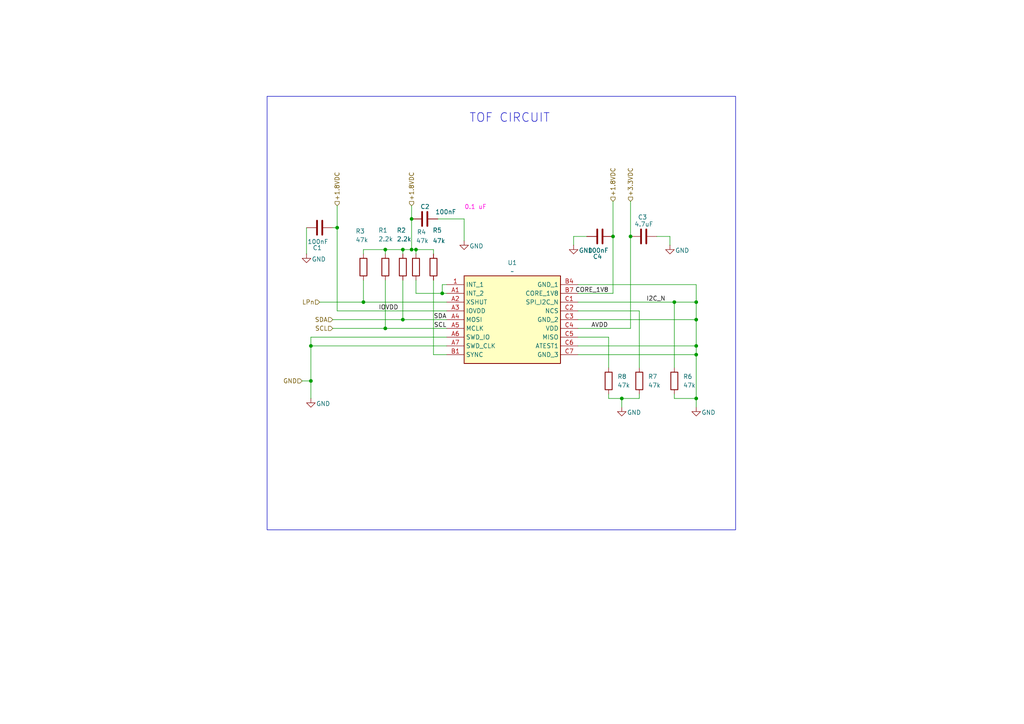
<source format=kicad_sch>
(kicad_sch (version 20231120) (generator "eeschema") (generator_version "8.0")
  (paper "A4")
  (lib_symbols
    (symbol "00_project_parts:VL53L8CXV0GC_1"
      (property "Reference" "U" (at 34.29 7.62 0))
      (property "Value" "VL53L8CXV0GC_1" (at 34.29 5.08 0))
      (symbol "VL53L8CXV0GC_1_1_1"
        (rectangle (start 5.08 2.54) (end 33.02 -22.86) (stroke (width 0.254)) (fill (type background)))
        (pin passive line (at 0 0 0) (length 5.08) (name "INT_1") (number "1"))
        (pin passive line (at 0 -2.54 0) (length 5.08) (name "INT_2") (number "A1"))
        (pin passive line (at 0 -5.08 0) (length 5.08) (name "XSHUT") (number "A2"))
        (pin passive line (at 0 -7.62 0) (length 5.08) (name "IOVDD") (number "A3"))
        (pin passive line (at 0 -10.16 0) (length 5.08) (name "MOSI") (number "A4"))
        (pin passive line (at 0 -12.7 0) (length 5.08) (name "MCLK") (number "A5"))
        (pin passive line (at 0 -15.24 0) (length 5.08) (name "SWD_IO") (number "A6"))
        (pin passive line (at 0 -17.78 0) (length 5.08) (name "SWD_CLK") (number "A7"))
        (pin passive line (at 0 -20.32 0) (length 5.08) (name "SYNC") (number "B1"))
        (pin passive line (at 38.1 0 180) (length 5.08) (name "GND_1") (number "B4"))
        (pin passive line (at 38.1 -2.54 180) (length 5.08) (name "CORE_1V8") (number "B7"))
        (pin passive line (at 38.1 -5.08 180) (length 5.08) (name "SPI_I2C_N") (number "C1"))
        (pin passive line (at 38.1 -7.62 180) (length 5.08) (name "NCS") (number "C2"))
        (pin passive line (at 38.1 -10.16 180) (length 5.08) (name "GND_2") (number "C3"))
        (pin passive line (at 38.1 -12.7 180) (length 5.08) (name "VDD") (number "C4"))
        (pin passive line (at 38.1 -15.24 180) (length 5.08) (name "MISO") (number "C5"))
        (pin passive line (at 38.1 -17.78 180) (length 5.08) (name "ATEST1") (number "C6"))
        (pin passive line (at 38.1 -20.32 180) (length 5.08) (name "GND_3") (number "C7"))
      )
    )
    (symbol "Device:C" (pin_numbers hide) (pin_names (offset 0.254))
      (property "Reference" "C" (at 0.635 2.54 0))
      (property "Value" "C" (at 0.635 -2.54 0))
      (symbol "C_0_1"
        (polyline (pts (xy -2.032 -0.762) (xy 2.032 -0.762)) (stroke (width 0.508)))
        (polyline (pts (xy -2.032 0.762) (xy 2.032 0.762)) (stroke (width 0.508)))
      )
      (symbol "C_1_1"
        (pin passive line (at 0 3.81 270) (length 2.794) (name "~") (number "1"))
        (pin passive line (at 0 -3.81 90) (length 2.794) (name "~") (number "2"))
      )
    )
    (symbol "Device:R" (pin_numbers hide) (pin_names (offset 0))
      (property "Reference" "R" (at 2.032 0 90))
      (property "Value" "R" (at 0 0 90))
      (symbol "R_0_1"
        (rectangle (start -1.016 -2.54) (end 1.016 2.54) (stroke (width 0.254)))
      )
      (symbol "R_1_1"
        (pin passive line (at 0 3.81 270) (length 1.27) (name "~") (number "1"))
        (pin passive line (at 0 -3.81 90) (length 1.27) (name "~") (number "2"))
      )
    )
    (symbol "power:GND" (power) (pin_numbers hide) (pin_names (offset 0) hide)
      (property "Value" "GND" (at 0 -3.81 0))
      (symbol "GND_0_1"
        (polyline (pts (xy 0 0) (xy 0 -1.27) (xy 1.27 -1.27) (xy 0 -2.54) (xy -1.27 -1.27) (xy 0 -1.27)))
      )
      (symbol "GND_1_1"
        (pin power_in line (at 0 0 270) (length 0) (name "~") (number "1"))
      )
    )
  )
  (junction (at 116.84 92.71))
  (junction (at 128.27 85.09))
  (junction (at 105.41 87.63))
  (junction (at 177.8 68.58))
  (junction (at 119.38 72.39))
  (junction (at 182.88 68.58))
  (junction (at 201.93 87.63))
  (junction (at 180.34 115.57))
  (junction (at 201.93 115.57))
  (junction (at 201.93 92.71))
  (junction (at 90.17 100.33))
  (junction (at 97.79 66.04))
  (junction (at 90.17 110.49))
  (junction (at 119.38 63.5))
  (junction (at 195.58 87.63))
  (junction (at 111.76 72.39))
  (junction (at 111.76 95.25))
  (junction (at 201.93 100.33))
  (junction (at 116.84 72.39))
  (junction (at 201.93 102.87))
  (junction (at 120.65 72.39))
  (wire (pts (xy 97.79 66.04) (xy 97.79 59.69)))
  (wire (pts (xy 201.93 115.57) (xy 201.93 102.87)))
  (wire (pts (xy 120.65 81.28) (xy 120.65 85.09)))
  (wire (pts (xy 167.64 100.33) (xy 201.93 100.33)))
  (wire (pts (xy 90.17 110.49) (xy 90.17 115.57)))
  (wire (pts (xy 167.64 87.63) (xy 195.58 87.63)))
  (wire (pts (xy 182.88 58.42) (xy 182.88 68.58)))
  (wire (pts (xy 90.17 100.33) (xy 90.17 110.49)))
  (wire (pts (xy 201.93 100.33) (xy 201.93 102.87)))
  (wire (pts (xy 87.63 110.49) (xy 90.17 110.49)))
  (wire (pts (xy 176.53 97.79) (xy 176.53 106.68)))
  (wire (pts (xy 170.18 68.58) (xy 166.37 68.58)))
  (wire (pts (xy 166.37 68.58) (xy 166.37 71.12)))
  (wire (pts (xy 96.52 95.25) (xy 111.76 95.25)))
  (wire (pts (xy 125.73 72.39) (xy 125.73 73.66)))
  (wire (pts (xy 177.8 68.58) (xy 177.8 85.09)))
  (wire (pts (xy 176.53 114.3) (xy 176.53 115.57)))
  (wire (pts (xy 105.41 81.28) (xy 105.41 87.63)))
  (wire (pts (xy 180.34 118.11) (xy 180.34 115.57)))
  (wire (pts (xy 195.58 87.63) (xy 195.58 106.68)))
  (wire (pts (xy 116.84 81.28) (xy 116.84 92.71)))
  (wire (pts (xy 190.5 68.58) (xy 194.31 68.58)))
  (wire (pts (xy 105.41 87.63) (xy 129.54 87.63)))
  (wire (pts (xy 90.17 97.79) (xy 129.54 97.79)))
  (wire (pts (xy 97.79 90.17) (xy 129.54 90.17)))
  (wire (pts (xy 96.52 66.04) (xy 97.79 66.04)))
  (wire (pts (xy 120.65 85.09) (xy 128.27 85.09)))
  (wire (pts (xy 119.38 59.69) (xy 119.38 63.5)))
  (wire (pts (xy 119.38 63.5) (xy 119.38 72.39)))
  (wire (pts (xy 92.71 87.63) (xy 105.41 87.63)))
  (wire (pts (xy 134.62 63.5) (xy 134.62 69.85)))
  (wire (pts (xy 111.76 72.39) (xy 116.84 72.39)))
  (wire (pts (xy 185.42 90.17) (xy 185.42 106.68)))
  (wire (pts (xy 177.8 58.42) (xy 177.8 68.58)))
  (wire (pts (xy 167.64 102.87) (xy 201.93 102.87)))
  (wire (pts (xy 201.93 82.55) (xy 201.93 87.63)))
  (wire (pts (xy 120.65 72.39) (xy 125.73 72.39)))
  (wire (pts (xy 128.27 82.55) (xy 128.27 85.09)))
  (wire (pts (xy 90.17 100.33) (xy 129.54 100.33)))
  (wire (pts (xy 167.64 97.79) (xy 176.53 97.79)))
  (wire (pts (xy 194.31 68.58) (xy 194.31 71.12)))
  (wire (pts (xy 129.54 102.87) (xy 125.73 102.87)))
  (wire (pts (xy 201.93 92.71) (xy 201.93 100.33)))
  (wire (pts (xy 120.65 72.39) (xy 120.65 73.66)))
  (wire (pts (xy 167.64 90.17) (xy 185.42 90.17)))
  (wire (pts (xy 125.73 81.28) (xy 125.73 102.87)))
  (wire (pts (xy 96.52 92.71) (xy 116.84 92.71)))
  (wire (pts (xy 167.64 82.55) (xy 201.93 82.55)))
  (wire (pts (xy 182.88 68.58) (xy 182.88 95.25)))
  (wire (pts (xy 176.53 115.57) (xy 180.34 115.57)))
  (wire (pts (xy 111.76 73.66) (xy 111.76 72.39)))
  (wire (pts (xy 116.84 92.71) (xy 129.54 92.71)))
  (wire (pts (xy 105.41 72.39) (xy 111.76 72.39)))
  (wire (pts (xy 185.42 114.3) (xy 185.42 115.57)))
  (wire (pts (xy 195.58 87.63) (xy 201.93 87.63)))
  (wire (pts (xy 119.38 72.39) (xy 120.65 72.39)))
  (wire (pts (xy 128.27 85.09) (xy 129.54 85.09)))
  (wire (pts (xy 167.64 92.71) (xy 201.93 92.71)))
  (wire (pts (xy 201.93 118.11) (xy 201.93 115.57)))
  (wire (pts (xy 195.58 114.3) (xy 195.58 115.57)))
  (wire (pts (xy 111.76 95.25) (xy 129.54 95.25)))
  (wire (pts (xy 167.64 85.09) (xy 177.8 85.09)))
  (wire (pts (xy 88.9 66.04) (xy 88.9 73.66)))
  (wire (pts (xy 105.41 72.39) (xy 105.41 73.66)))
  (wire (pts (xy 180.34 115.57) (xy 185.42 115.57)))
  (wire (pts (xy 97.79 90.17) (xy 97.79 66.04)))
  (wire (pts (xy 116.84 73.66) (xy 116.84 72.39)))
  (wire (pts (xy 90.17 97.79) (xy 90.17 100.33)))
  (wire (pts (xy 111.76 81.28) (xy 111.76 95.25)))
  (wire (pts (xy 201.93 87.63) (xy 201.93 92.71)))
  (wire (pts (xy 127 63.5) (xy 134.62 63.5)))
  (wire (pts (xy 167.64 95.25) (xy 182.88 95.25)))
  (wire (pts (xy 195.58 115.57) (xy 201.93 115.57)))
  (wire (pts (xy 129.54 82.55) (xy 128.27 82.55)))
  (wire (pts (xy 116.84 72.39) (xy 119.38 72.39)))
  (rectangle (start 77.47 27.94) (end 213.36 153.67))
  (text "TOF CIRCUIT\n" (at 147.828 34.29 0) (effects (font (size 2.54 2.54))))
  (text "0.1 uF\n" (at 137.922 60.198 0) (effects (font (size 1.27 1.27))))
  (label "SCL" (at 129.54 95.25 180))
  (label "AVDD" (at 171.45 95.25 0))
  (label "SDA" (at 129.54 92.71 180))
  (label "IOVDD" (at 115.57 90.17 180))
  (label "CORE_1V8" (at 176.53 85.09 180))
  (label "I2C_N" (at 193.04 87.63 180))
  (hierarchical_label "SDA" (shape input) (at 96.52 92.71 180))
  (hierarchical_label "+1.8VDC" (shape input) (at 97.79 59.69 90))
  (hierarchical_label "+3.3VDC" (shape input) (at 182.88 58.42 90))
  (hierarchical_label "LPn" (shape input) (at 92.71 87.63 180))
  (hierarchical_label "+1.8VDC" (shape input) (at 177.8 58.42 90))
  (hierarchical_label "SCL" (shape input) (at 96.52 95.25 180))
  (hierarchical_label "+1.8VDC" (shape input) (at 119.38 59.69 90))
  (hierarchical_label "GND" (shape input) (at 87.63 110.49 180))
  (symbol (lib_id "power:GND") (at 201.93 118.11 0) (unit 1)
    (property "Reference" "#PWR06" (effects (hide yes)))
    (property "Value" "GND" (at 205.486 119.634 0))
    (property "Description" "Power symbol creates a global label with name \"GND\" , ground" (effects (hide yes)))
  )
  (symbol (lib_id "Device:C") (at 173.99 68.58 270) (unit 1)
    (property "Reference" "C4" (at 171.958 74.422 90) (effects (justify left)))
    (property "Value" "100nF" (at 170.434 72.644 90) (effects (justify left)))
    (property "Footprint" "Capacitor_SMD:C_0201_0603Metric_Pad0.64x0.40mm_HandSolder" (effects (hide yes)))
    (property "Description" "Unpolarized capacitor" (effects (hide yes)))
  )
  (symbol (lib_id "Device:R") (at 120.65 77.47 0) (unit 1)
    (property "Reference" "R4" (at 120.904 67.31 0) (effects (justify left)))
    (property "Value" "47k" (at 120.65 69.85 0) (effects (justify left)))
    (property "Footprint" "Resistor_SMD:R_0603_1608Metric_Pad0.98x0.95mm_HandSolder" (effects (hide yes)))
    (property "Description" "Resistor" (effects (hide yes)))
  )
  (symbol (lib_id "Device:R") (at 111.76 77.47 0) (unit 1)
    (property "Reference" "R1" (at 109.728 66.802 0) (effects (justify left)))
    (property "Value" "2.2k" (at 109.728 69.342 0) (effects (justify left)))
    (property "Footprint" "Resistor_SMD:R_0603_1608Metric_Pad0.98x0.95mm_HandSolder" (effects (hide yes)))
    (property "Description" "Resistor" (effects (hide yes)))
  )
  (symbol (lib_id "Device:C") (at 186.69 68.58 90) (unit 1)
    (property "Reference" "C3" (at 187.706 62.992 90) (effects (justify left)))
    (property "Value" "4.7uF" (at 189.484 65.024 90) (effects (justify left)))
    (property "Footprint" "Capacitor_SMD:C_0201_0603Metric_Pad0.64x0.40mm_HandSolder" (effects (hide yes)))
    (property "Description" "Unpolarized capacitor" (effects (hide yes)))
  )
  (symbol (lib_id "power:GND") (at 194.31 71.12 0) (unit 1)
    (property "Reference" "#PWR04" (effects (hide yes)))
    (property "Value" "GND" (at 197.866 72.644 0))
    (property "Description" "Power symbol creates a global label with name \"GND\" , ground" (effects (hide yes)))
  )
  (symbol (lib_id "power:GND") (at 166.37 71.12 0) (unit 1)
    (property "Reference" "#PWR03" (effects (hide yes)))
    (property "Value" "GND" (at 169.926 72.644 0))
    (property "Description" "Power symbol creates a global label with name \"GND\" , ground" (effects (hide yes)))
  )
  (symbol (lib_id "power:GND") (at 180.34 118.11 0) (unit 1)
    (property "Reference" "#PWR05" (effects (hide yes)))
    (property "Value" "GND" (at 183.896 119.634 0))
    (property "Description" "Power symbol creates a global label with name \"GND\" , ground" (effects (hide yes)))
  )
  (symbol (lib_id "Device:R") (at 176.53 110.49 0) (unit 1)
    (property "Reference" "R8" (at 179.07 109.2199 0) (effects (justify left)))
    (property "Value" "47k" (at 179.07 111.7599 0) (effects (justify left)))
    (property "Footprint" "Resistor_SMD:R_0603_1608Metric_Pad0.98x0.95mm_HandSolder" (effects (hide yes)))
    (property "Description" "Resistor" (effects (hide yes)))
  )
  (symbol (lib_id "power:GND") (at 88.9 73.66 0) (unit 1)
    (property "Reference" "#PWR01" (effects (hide yes)))
    (property "Value" "GND" (at 92.456 75.184 0))
    (property "Description" "Power symbol creates a global label with name \"GND\" , ground" (effects (hide yes)))
  )
  (symbol (lib_id "Device:C") (at 92.71 66.04 270) (unit 1)
    (property "Reference" "C1" (at 90.678 71.882 90) (effects (justify left)))
    (property "Value" "100nF" (at 89.154 70.104 90) (effects (justify left)))
    (property "Footprint" "Capacitor_SMD:C_0201_0603Metric_Pad0.64x0.40mm_HandSolder" (effects (hide yes)))
    (property "Description" "Unpolarized capacitor" (effects (hide yes)))
  )
  (symbol (lib_id "00_project_parts:VL53L8CXV0GC_1") (at 129.54 82.55 0) (unit 1)
    (property "Reference" "U1" (at 148.59 76.2 0))
    (property "Value" "~" (at 148.59 78.74 0))
    (property "Footprint" "00_parts:VL53L8CXV0GC1" (effects (hide yes)))
    (property "Datasheet" "https://www.st.com/resource/en/datasheet/vl53l8cx.pdf" (effects (hide yes)))
    (property "Description" "Low-power high-performance 8x8 multizone Time-of-Flight sensor 940 nm, 6.4x3.0x1.75 mm, -30 to 85C" (effects (hide yes)))
    (property "Height" "1.8" (effects (hide yes)))
    (property "Mouser Part Number" "511-VL53L8CXV0GC/1" (effects (hide yes)))
    (property "Mouser Price/Stock" "https://www.mouser.co.uk/ProductDetail/STMicroelectronics/VL53L8CXV0GC-1?qs=T%252BzbugeAwjhc9idkQC%252BF8g%3D%3D" (effects (hide yes)))
    (property "Manufacturer_Name" "STMicroelectronics" (effects (hide yes)))
    (property "Manufacturer_Part_Number" "VL53L8CXV0GC/1" (effects (hide yes)))
  )
  (symbol (lib_id "Device:R") (at 185.42 110.49 0) (unit 1)
    (property "Reference" "R7" (at 187.96 109.2199 0) (effects (justify left)))
    (property "Value" "47k" (at 187.96 111.7599 0) (effects (justify left)))
    (property "Footprint" "Resistor_SMD:R_0603_1608Metric_Pad0.98x0.95mm_HandSolder" (effects (hide yes)))
    (property "Description" "Resistor" (effects (hide yes)))
  )
  (symbol (lib_id "power:GND") (at 90.17 115.57 0) (unit 1)
    (property "Reference" "#PWR02" (effects (hide yes)))
    (property "Value" "GND" (at 93.726 117.094 0))
    (property "Description" "Power symbol creates a global label with name \"GND\" , ground" (effects (hide yes)))
  )
  (symbol (lib_id "power:GND") (at 134.62 69.85 0) (unit 1)
    (property "Reference" "#PWR07" (effects (hide yes)))
    (property "Value" "GND" (at 138.176 71.374 0))
    (property "Description" "Power symbol creates a global label with name \"GND\" , ground" (effects (hide yes)))
  )
  (symbol (lib_id "Device:C") (at 123.19 63.5 270) (unit 1)
    (property "Reference" "C2" (at 121.92 59.944 90) (effects (justify left)))
    (property "Value" "100nF" (at 126.238 61.468 90) (effects (justify left)))
    (property "Footprint" "Capacitor_SMD:C_0201_0603Metric_Pad0.64x0.40mm_HandSolder" (effects (hide yes)))
    (property "Description" "Unpolarized capacitor" (effects (hide yes)))
  )
  (symbol (lib_id "Device:R") (at 105.41 77.47 0) (unit 1)
    (property "Reference" "R3" (at 103.124 67.056 0) (effects (justify left)))
    (property "Value" "47k" (at 103.124 69.596 0) (effects (justify left)))
    (property "Footprint" "Resistor_SMD:R_0603_1608Metric_Pad0.98x0.95mm_HandSolder" (effects (hide yes)))
    (property "Description" "Resistor" (effects (hide yes)))
  )
  (symbol (lib_id "Device:R") (at 116.84 77.47 0) (unit 1)
    (property "Reference" "R2" (at 115.062 66.802 0) (effects (justify left)))
    (property "Value" "2.2k" (at 115.062 69.342 0) (effects (justify left)))
    (property "Footprint" "Resistor_SMD:R_0603_1608Metric_Pad0.98x0.95mm_HandSolder" (effects (hide yes)))
    (property "Description" "Resistor" (effects (hide yes)))
  )
  (symbol (lib_id "Device:R") (at 125.73 77.47 0) (unit 1)
    (property "Reference" "R5" (at 125.476 66.802 0) (effects (justify left)))
    (property "Value" "47k" (at 125.476 69.85 0) (effects (justify left)))
    (property "Footprint" "Resistor_SMD:R_0603_1608Metric_Pad0.98x0.95mm_HandSolder" (effects (hide yes)))
    (property "Description" "Resistor" (effects (hide yes)))
  )
  (symbol (lib_id "Device:R") (at 195.58 110.49 0) (unit 1)
    (property "Reference" "R6" (at 198.12 109.2199 0) (effects (justify left)))
    (property "Value" "47k" (at 198.12 111.7599 0) (effects (justify left)))
    (property "Footprint" "Resistor_SMD:R_0603_1608Metric_Pad0.98x0.95mm_HandSolder" (effects (hide yes)))
    (property "Description" "Resistor" (effects (hide yes)))
  )
)
</source>
